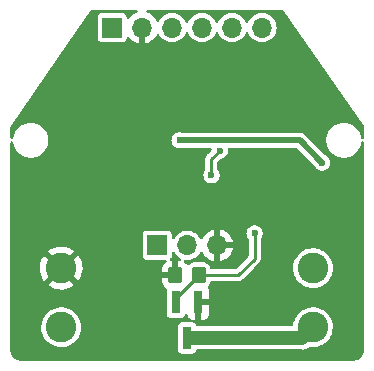
<source format=gbl>
G04 #@! TF.GenerationSoftware,KiCad,Pcbnew,(6.0.7)*
G04 #@! TF.CreationDate,2022-10-10T17:08:23+03:00*
G04 #@! TF.ProjectId,DiLight_2.0,44694c69-6768-4745-9f32-2e302e6b6963,rev?*
G04 #@! TF.SameCoordinates,Original*
G04 #@! TF.FileFunction,Copper,L2,Bot*
G04 #@! TF.FilePolarity,Positive*
%FSLAX46Y46*%
G04 Gerber Fmt 4.6, Leading zero omitted, Abs format (unit mm)*
G04 Created by KiCad (PCBNEW (6.0.7)) date 2022-10-10 17:08:23*
%MOMM*%
%LPD*%
G01*
G04 APERTURE LIST*
G04 Aperture macros list*
%AMRoundRect*
0 Rectangle with rounded corners*
0 $1 Rounding radius*
0 $2 $3 $4 $5 $6 $7 $8 $9 X,Y pos of 4 corners*
0 Add a 4 corners polygon primitive as box body*
4,1,4,$2,$3,$4,$5,$6,$7,$8,$9,$2,$3,0*
0 Add four circle primitives for the rounded corners*
1,1,$1+$1,$2,$3*
1,1,$1+$1,$4,$5*
1,1,$1+$1,$6,$7*
1,1,$1+$1,$8,$9*
0 Add four rect primitives between the rounded corners*
20,1,$1+$1,$2,$3,$4,$5,0*
20,1,$1+$1,$4,$5,$6,$7,0*
20,1,$1+$1,$6,$7,$8,$9,0*
20,1,$1+$1,$8,$9,$2,$3,0*%
G04 Aperture macros list end*
G04 #@! TA.AperFunction,ComponentPad*
%ADD10R,1.700000X1.700000*%
G04 #@! TD*
G04 #@! TA.AperFunction,ComponentPad*
%ADD11O,1.700000X1.700000*%
G04 #@! TD*
G04 #@! TA.AperFunction,ComponentPad*
%ADD12C,2.600000*%
G04 #@! TD*
G04 #@! TA.AperFunction,SMDPad,CuDef*
%ADD13RoundRect,0.250000X0.350000X0.450000X-0.350000X0.450000X-0.350000X-0.450000X0.350000X-0.450000X0*%
G04 #@! TD*
G04 #@! TA.AperFunction,SMDPad,CuDef*
%ADD14R,0.800000X1.900000*%
G04 #@! TD*
G04 #@! TA.AperFunction,ViaPad*
%ADD15C,0.600000*%
G04 #@! TD*
G04 #@! TA.AperFunction,Conductor*
%ADD16C,0.250000*%
G04 #@! TD*
G04 #@! TA.AperFunction,Conductor*
%ADD17C,0.500000*%
G04 #@! TD*
G04 #@! TA.AperFunction,Conductor*
%ADD18C,1.200000*%
G04 #@! TD*
G04 APERTURE END LIST*
D10*
X33035000Y-36830000D03*
D11*
X35575000Y-36830000D03*
X38115000Y-36830000D03*
D10*
X29210000Y-18415000D03*
D11*
X31750000Y-18415000D03*
X34290000Y-18415000D03*
X36830000Y-18415000D03*
X39370000Y-18415000D03*
X41910000Y-18415000D03*
D12*
X46220000Y-43775000D03*
X46220000Y-38775000D03*
X24900000Y-38775000D03*
X24900000Y-43775000D03*
D13*
X36560000Y-39370000D03*
X34560000Y-39370000D03*
D14*
X34610000Y-41680000D03*
X36510000Y-41680000D03*
X35560000Y-44680000D03*
D15*
X48895000Y-25400000D03*
X32360000Y-33910000D03*
X45720000Y-20955000D03*
X22225000Y-25400000D03*
X47625000Y-25400000D03*
X30460000Y-33910000D03*
X23495000Y-25400000D03*
X34925000Y-27940000D03*
X46990000Y-29845000D03*
X38320000Y-28820000D03*
X37620000Y-30920000D03*
X41275000Y-35820000D03*
D16*
X34610000Y-39420000D02*
X34560000Y-39370000D01*
D17*
X45085000Y-27940000D02*
X46990000Y-29845000D01*
X34925000Y-27940000D02*
X45085000Y-27940000D01*
D16*
X37620000Y-30920000D02*
X37620000Y-29520000D01*
X37620000Y-29520000D02*
X38320000Y-28820000D01*
D18*
X35920000Y-44680000D02*
X45315000Y-44680000D01*
X45315000Y-44680000D02*
X46220000Y-43775000D01*
D16*
X41275000Y-37965000D02*
X39870000Y-39370000D01*
X34610000Y-41320000D02*
X36560000Y-39370000D01*
X34610000Y-41680000D02*
X34610000Y-41320000D01*
X39870000Y-39370000D02*
X36560000Y-39370000D01*
X41275000Y-35820000D02*
X41275000Y-37965000D01*
G04 #@! TA.AperFunction,Conductor*
G36*
X31316871Y-16911502D02*
G01*
X31363364Y-16965158D01*
X31373468Y-17035432D01*
X31343974Y-17100012D01*
X31287895Y-17137265D01*
X31226868Y-17157212D01*
X31217359Y-17161209D01*
X31028463Y-17259542D01*
X31019738Y-17265036D01*
X30849433Y-17392905D01*
X30841726Y-17399748D01*
X30694590Y-17553717D01*
X30688104Y-17561727D01*
X30670669Y-17587286D01*
X30615758Y-17632289D01*
X30545233Y-17640460D01*
X30481486Y-17609206D01*
X30444756Y-17548449D01*
X30441500Y-17528972D01*
X30441500Y-17528842D01*
X30430462Y-17453856D01*
X30403896Y-17399748D01*
X30379077Y-17349197D01*
X30379076Y-17349196D01*
X30374487Y-17339849D01*
X30299543Y-17265036D01*
X30291972Y-17257478D01*
X30284601Y-17250120D01*
X30170497Y-17194345D01*
X30137716Y-17189563D01*
X30100684Y-17184160D01*
X30100680Y-17184160D01*
X30096158Y-17183500D01*
X28323842Y-17183500D01*
X28319294Y-17184170D01*
X28319287Y-17184170D01*
X28258541Y-17193112D01*
X28258539Y-17193113D01*
X28248856Y-17194538D01*
X28240068Y-17198853D01*
X28240067Y-17198853D01*
X28144197Y-17245923D01*
X28144196Y-17245924D01*
X28134849Y-17250513D01*
X28045120Y-17340399D01*
X27989345Y-17454503D01*
X27978500Y-17528842D01*
X27978500Y-19301158D01*
X27979170Y-19305706D01*
X27979170Y-19305713D01*
X27988112Y-19366459D01*
X27989538Y-19376144D01*
X27993853Y-19384932D01*
X27993853Y-19384933D01*
X27997266Y-19391883D01*
X28045513Y-19490151D01*
X28135399Y-19579880D01*
X28249503Y-19635655D01*
X28282284Y-19640437D01*
X28319316Y-19645840D01*
X28319320Y-19645840D01*
X28323842Y-19646500D01*
X30096158Y-19646500D01*
X30100706Y-19645830D01*
X30100713Y-19645830D01*
X30161459Y-19636888D01*
X30161461Y-19636887D01*
X30171144Y-19635462D01*
X30268344Y-19587739D01*
X30275803Y-19584077D01*
X30275804Y-19584076D01*
X30285151Y-19579487D01*
X30374880Y-19489601D01*
X30430655Y-19375497D01*
X30441500Y-19301158D01*
X30442636Y-19301324D01*
X30465679Y-19239737D01*
X30522559Y-19197249D01*
X30593380Y-19192257D01*
X30655657Y-19226346D01*
X30661708Y-19232853D01*
X30793219Y-19384674D01*
X30800580Y-19391883D01*
X30964434Y-19527916D01*
X30972881Y-19533831D01*
X31156756Y-19641279D01*
X31166042Y-19645729D01*
X31365001Y-19721703D01*
X31374899Y-19724579D01*
X31478250Y-19745606D01*
X31492299Y-19744410D01*
X31496000Y-19734065D01*
X31496000Y-18287000D01*
X31516002Y-18218879D01*
X31569658Y-18172386D01*
X31622000Y-18161000D01*
X31878000Y-18161000D01*
X31946121Y-18181002D01*
X31992614Y-18234658D01*
X32004000Y-18287000D01*
X32004000Y-19733517D01*
X32008064Y-19747359D01*
X32021478Y-19749393D01*
X32028184Y-19748534D01*
X32038262Y-19746392D01*
X32242255Y-19685191D01*
X32251842Y-19681433D01*
X32443095Y-19587739D01*
X32451945Y-19582464D01*
X32625328Y-19458792D01*
X32633200Y-19452139D01*
X32784052Y-19301812D01*
X32790730Y-19293965D01*
X32915003Y-19121020D01*
X32920313Y-19112183D01*
X32976927Y-18997635D01*
X33025041Y-18945428D01*
X33093742Y-18927521D01*
X33161219Y-18949600D01*
X33204079Y-19000212D01*
X33217090Y-19028115D01*
X33217093Y-19028120D01*
X33219416Y-19033102D01*
X33222572Y-19037609D01*
X33222573Y-19037611D01*
X33334353Y-19197249D01*
X33343013Y-19209617D01*
X33495383Y-19361987D01*
X33499891Y-19365144D01*
X33499894Y-19365146D01*
X33665070Y-19480803D01*
X33671898Y-19485584D01*
X33676880Y-19487907D01*
X33676885Y-19487910D01*
X33858336Y-19572522D01*
X33867193Y-19576652D01*
X33872501Y-19578074D01*
X33872503Y-19578075D01*
X34070020Y-19630999D01*
X34070022Y-19630999D01*
X34075335Y-19632423D01*
X34290000Y-19651204D01*
X34504665Y-19632423D01*
X34509978Y-19630999D01*
X34509980Y-19630999D01*
X34707497Y-19578075D01*
X34707499Y-19578074D01*
X34712807Y-19576652D01*
X34721664Y-19572522D01*
X34903115Y-19487910D01*
X34903120Y-19487907D01*
X34908102Y-19485584D01*
X34914930Y-19480803D01*
X35080106Y-19365146D01*
X35080109Y-19365144D01*
X35084617Y-19361987D01*
X35236987Y-19209617D01*
X35245648Y-19197249D01*
X35357427Y-19037611D01*
X35357428Y-19037609D01*
X35360584Y-19033102D01*
X35362907Y-19028120D01*
X35362910Y-19028115D01*
X35445805Y-18850346D01*
X35492723Y-18797061D01*
X35561000Y-18777600D01*
X35628960Y-18798142D01*
X35674195Y-18850346D01*
X35757090Y-19028115D01*
X35757093Y-19028120D01*
X35759416Y-19033102D01*
X35762572Y-19037609D01*
X35762573Y-19037611D01*
X35874353Y-19197249D01*
X35883013Y-19209617D01*
X36035383Y-19361987D01*
X36039891Y-19365144D01*
X36039894Y-19365146D01*
X36205070Y-19480803D01*
X36211898Y-19485584D01*
X36216880Y-19487907D01*
X36216885Y-19487910D01*
X36398336Y-19572522D01*
X36407193Y-19576652D01*
X36412501Y-19578074D01*
X36412503Y-19578075D01*
X36610020Y-19630999D01*
X36610022Y-19630999D01*
X36615335Y-19632423D01*
X36830000Y-19651204D01*
X37044665Y-19632423D01*
X37049978Y-19630999D01*
X37049980Y-19630999D01*
X37247497Y-19578075D01*
X37247499Y-19578074D01*
X37252807Y-19576652D01*
X37261664Y-19572522D01*
X37443115Y-19487910D01*
X37443120Y-19487907D01*
X37448102Y-19485584D01*
X37454930Y-19480803D01*
X37620106Y-19365146D01*
X37620109Y-19365144D01*
X37624617Y-19361987D01*
X37776987Y-19209617D01*
X37785648Y-19197249D01*
X37897427Y-19037611D01*
X37897428Y-19037609D01*
X37900584Y-19033102D01*
X37902907Y-19028120D01*
X37902910Y-19028115D01*
X37985805Y-18850346D01*
X38032723Y-18797061D01*
X38101000Y-18777600D01*
X38168960Y-18798142D01*
X38214195Y-18850346D01*
X38297090Y-19028115D01*
X38297093Y-19028120D01*
X38299416Y-19033102D01*
X38302572Y-19037609D01*
X38302573Y-19037611D01*
X38414353Y-19197249D01*
X38423013Y-19209617D01*
X38575383Y-19361987D01*
X38579891Y-19365144D01*
X38579894Y-19365146D01*
X38745070Y-19480803D01*
X38751898Y-19485584D01*
X38756880Y-19487907D01*
X38756885Y-19487910D01*
X38938336Y-19572522D01*
X38947193Y-19576652D01*
X38952501Y-19578074D01*
X38952503Y-19578075D01*
X39150020Y-19630999D01*
X39150022Y-19630999D01*
X39155335Y-19632423D01*
X39370000Y-19651204D01*
X39584665Y-19632423D01*
X39589978Y-19630999D01*
X39589980Y-19630999D01*
X39787497Y-19578075D01*
X39787499Y-19578074D01*
X39792807Y-19576652D01*
X39801664Y-19572522D01*
X39983115Y-19487910D01*
X39983120Y-19487907D01*
X39988102Y-19485584D01*
X39994930Y-19480803D01*
X40160106Y-19365146D01*
X40160109Y-19365144D01*
X40164617Y-19361987D01*
X40316987Y-19209617D01*
X40325648Y-19197249D01*
X40437427Y-19037611D01*
X40437428Y-19037609D01*
X40440584Y-19033102D01*
X40442907Y-19028120D01*
X40442910Y-19028115D01*
X40525805Y-18850346D01*
X40572723Y-18797061D01*
X40641000Y-18777600D01*
X40708960Y-18798142D01*
X40754195Y-18850346D01*
X40837090Y-19028115D01*
X40837093Y-19028120D01*
X40839416Y-19033102D01*
X40842572Y-19037609D01*
X40842573Y-19037611D01*
X40954353Y-19197249D01*
X40963013Y-19209617D01*
X41115383Y-19361987D01*
X41119891Y-19365144D01*
X41119894Y-19365146D01*
X41285070Y-19480803D01*
X41291898Y-19485584D01*
X41296880Y-19487907D01*
X41296885Y-19487910D01*
X41478336Y-19572522D01*
X41487193Y-19576652D01*
X41492501Y-19578074D01*
X41492503Y-19578075D01*
X41690020Y-19630999D01*
X41690022Y-19630999D01*
X41695335Y-19632423D01*
X41910000Y-19651204D01*
X42124665Y-19632423D01*
X42129978Y-19630999D01*
X42129980Y-19630999D01*
X42327497Y-19578075D01*
X42327499Y-19578074D01*
X42332807Y-19576652D01*
X42341664Y-19572522D01*
X42523115Y-19487910D01*
X42523120Y-19487907D01*
X42528102Y-19485584D01*
X42534930Y-19480803D01*
X42700106Y-19365146D01*
X42700109Y-19365144D01*
X42704617Y-19361987D01*
X42856987Y-19209617D01*
X42865648Y-19197249D01*
X42977427Y-19037611D01*
X42977428Y-19037609D01*
X42980584Y-19033102D01*
X42982907Y-19028120D01*
X42982910Y-19028115D01*
X43069329Y-18842789D01*
X43069330Y-18842787D01*
X43071652Y-18837807D01*
X43127423Y-18629665D01*
X43146204Y-18415000D01*
X43127423Y-18200335D01*
X43071652Y-17992193D01*
X43019851Y-17881106D01*
X42982910Y-17801885D01*
X42982907Y-17801880D01*
X42980584Y-17796898D01*
X42965821Y-17775814D01*
X42860146Y-17624894D01*
X42860144Y-17624891D01*
X42856987Y-17620383D01*
X42704617Y-17468013D01*
X42700109Y-17464856D01*
X42700106Y-17464854D01*
X42532611Y-17347573D01*
X42532609Y-17347572D01*
X42528102Y-17344416D01*
X42523120Y-17342093D01*
X42523115Y-17342090D01*
X42337789Y-17255671D01*
X42337787Y-17255670D01*
X42332807Y-17253348D01*
X42327499Y-17251926D01*
X42327497Y-17251925D01*
X42129980Y-17199001D01*
X42129978Y-17199001D01*
X42124665Y-17197577D01*
X41910000Y-17178796D01*
X41695335Y-17197577D01*
X41690022Y-17199001D01*
X41690020Y-17199001D01*
X41492503Y-17251925D01*
X41492501Y-17251926D01*
X41487193Y-17253348D01*
X41482213Y-17255670D01*
X41482211Y-17255671D01*
X41296885Y-17342090D01*
X41296880Y-17342093D01*
X41291898Y-17344416D01*
X41287391Y-17347572D01*
X41287389Y-17347573D01*
X41119894Y-17464854D01*
X41119891Y-17464856D01*
X41115383Y-17468013D01*
X40963013Y-17620383D01*
X40959856Y-17624891D01*
X40959854Y-17624894D01*
X40854179Y-17775814D01*
X40839416Y-17796898D01*
X40837093Y-17801880D01*
X40837090Y-17801885D01*
X40754195Y-17979654D01*
X40707277Y-18032939D01*
X40639000Y-18052400D01*
X40571040Y-18031858D01*
X40525805Y-17979654D01*
X40442910Y-17801885D01*
X40442907Y-17801880D01*
X40440584Y-17796898D01*
X40425821Y-17775814D01*
X40320146Y-17624894D01*
X40320144Y-17624891D01*
X40316987Y-17620383D01*
X40164617Y-17468013D01*
X40160109Y-17464856D01*
X40160106Y-17464854D01*
X39992611Y-17347573D01*
X39992609Y-17347572D01*
X39988102Y-17344416D01*
X39983120Y-17342093D01*
X39983115Y-17342090D01*
X39797789Y-17255671D01*
X39797787Y-17255670D01*
X39792807Y-17253348D01*
X39787499Y-17251926D01*
X39787497Y-17251925D01*
X39589980Y-17199001D01*
X39589978Y-17199001D01*
X39584665Y-17197577D01*
X39370000Y-17178796D01*
X39155335Y-17197577D01*
X39150022Y-17199001D01*
X39150020Y-17199001D01*
X38952503Y-17251925D01*
X38952501Y-17251926D01*
X38947193Y-17253348D01*
X38942213Y-17255670D01*
X38942211Y-17255671D01*
X38756885Y-17342090D01*
X38756880Y-17342093D01*
X38751898Y-17344416D01*
X38747391Y-17347572D01*
X38747389Y-17347573D01*
X38579894Y-17464854D01*
X38579891Y-17464856D01*
X38575383Y-17468013D01*
X38423013Y-17620383D01*
X38419856Y-17624891D01*
X38419854Y-17624894D01*
X38314179Y-17775814D01*
X38299416Y-17796898D01*
X38297093Y-17801880D01*
X38297090Y-17801885D01*
X38214195Y-17979654D01*
X38167277Y-18032939D01*
X38099000Y-18052400D01*
X38031040Y-18031858D01*
X37985805Y-17979654D01*
X37902910Y-17801885D01*
X37902907Y-17801880D01*
X37900584Y-17796898D01*
X37885821Y-17775814D01*
X37780146Y-17624894D01*
X37780144Y-17624891D01*
X37776987Y-17620383D01*
X37624617Y-17468013D01*
X37620109Y-17464856D01*
X37620106Y-17464854D01*
X37452611Y-17347573D01*
X37452609Y-17347572D01*
X37448102Y-17344416D01*
X37443120Y-17342093D01*
X37443115Y-17342090D01*
X37257789Y-17255671D01*
X37257787Y-17255670D01*
X37252807Y-17253348D01*
X37247499Y-17251926D01*
X37247497Y-17251925D01*
X37049980Y-17199001D01*
X37049978Y-17199001D01*
X37044665Y-17197577D01*
X36830000Y-17178796D01*
X36615335Y-17197577D01*
X36610022Y-17199001D01*
X36610020Y-17199001D01*
X36412503Y-17251925D01*
X36412501Y-17251926D01*
X36407193Y-17253348D01*
X36402213Y-17255670D01*
X36402211Y-17255671D01*
X36216885Y-17342090D01*
X36216880Y-17342093D01*
X36211898Y-17344416D01*
X36207391Y-17347572D01*
X36207389Y-17347573D01*
X36039894Y-17464854D01*
X36039891Y-17464856D01*
X36035383Y-17468013D01*
X35883013Y-17620383D01*
X35879856Y-17624891D01*
X35879854Y-17624894D01*
X35774179Y-17775814D01*
X35759416Y-17796898D01*
X35757093Y-17801880D01*
X35757090Y-17801885D01*
X35674195Y-17979654D01*
X35627277Y-18032939D01*
X35559000Y-18052400D01*
X35491040Y-18031858D01*
X35445805Y-17979654D01*
X35362910Y-17801885D01*
X35362907Y-17801880D01*
X35360584Y-17796898D01*
X35345821Y-17775814D01*
X35240146Y-17624894D01*
X35240144Y-17624891D01*
X35236987Y-17620383D01*
X35084617Y-17468013D01*
X35080109Y-17464856D01*
X35080106Y-17464854D01*
X34912611Y-17347573D01*
X34912609Y-17347572D01*
X34908102Y-17344416D01*
X34903120Y-17342093D01*
X34903115Y-17342090D01*
X34717789Y-17255671D01*
X34717787Y-17255670D01*
X34712807Y-17253348D01*
X34707499Y-17251926D01*
X34707497Y-17251925D01*
X34509980Y-17199001D01*
X34509978Y-17199001D01*
X34504665Y-17197577D01*
X34290000Y-17178796D01*
X34075335Y-17197577D01*
X34070022Y-17199001D01*
X34070020Y-17199001D01*
X33872503Y-17251925D01*
X33872501Y-17251926D01*
X33867193Y-17253348D01*
X33862213Y-17255670D01*
X33862211Y-17255671D01*
X33676885Y-17342090D01*
X33676880Y-17342093D01*
X33671898Y-17344416D01*
X33667391Y-17347572D01*
X33667389Y-17347573D01*
X33499894Y-17464854D01*
X33499891Y-17464856D01*
X33495383Y-17468013D01*
X33343013Y-17620383D01*
X33339856Y-17624891D01*
X33339854Y-17624894D01*
X33234179Y-17775814D01*
X33219416Y-17796898D01*
X33217093Y-17801879D01*
X33217087Y-17801890D01*
X33204491Y-17828903D01*
X33157574Y-17882188D01*
X33089296Y-17901648D01*
X33021337Y-17881106D01*
X32974747Y-17825894D01*
X32952972Y-17775814D01*
X32948105Y-17766739D01*
X32832426Y-17587926D01*
X32826136Y-17579757D01*
X32682806Y-17422240D01*
X32675273Y-17415215D01*
X32508139Y-17283222D01*
X32499552Y-17277517D01*
X32313117Y-17174599D01*
X32303705Y-17170368D01*
X32207423Y-17136273D01*
X32149886Y-17094679D01*
X32123971Y-17028581D01*
X32137905Y-16958965D01*
X32187264Y-16907934D01*
X32249483Y-16891500D01*
X43550617Y-16891500D01*
X43618738Y-16911502D01*
X43653873Y-16945290D01*
X45614813Y-19749393D01*
X50515757Y-26757639D01*
X50538500Y-26829848D01*
X50538500Y-27719180D01*
X50518498Y-27787301D01*
X50464842Y-27833794D01*
X50394568Y-27843898D01*
X50329988Y-27814404D01*
X50291604Y-27754678D01*
X50287950Y-27738239D01*
X50286236Y-27727040D01*
X50266106Y-27595489D01*
X50220255Y-27455205D01*
X50192029Y-27368846D01*
X50192026Y-27368840D01*
X50190421Y-27363928D01*
X50175621Y-27335496D01*
X50080322Y-27152431D01*
X50077931Y-27147838D01*
X49931659Y-26953023D01*
X49755533Y-26784713D01*
X49718413Y-26759391D01*
X49558562Y-26650348D01*
X49554283Y-26647429D01*
X49417624Y-26583994D01*
X49338007Y-26547037D01*
X49338003Y-26547036D01*
X49333312Y-26544858D01*
X49098557Y-26479754D01*
X49093423Y-26479205D01*
X49093421Y-26479205D01*
X48903008Y-26458856D01*
X48903001Y-26458856D01*
X48899673Y-26458500D01*
X48758249Y-26458500D01*
X48755676Y-26458712D01*
X48755665Y-26458712D01*
X48582354Y-26472961D01*
X48582348Y-26472962D01*
X48577203Y-26473385D01*
X48340927Y-26532733D01*
X48117517Y-26629875D01*
X47912972Y-26762200D01*
X47909149Y-26765679D01*
X47909146Y-26765681D01*
X47838628Y-26829848D01*
X47732786Y-26926157D01*
X47729587Y-26930208D01*
X47729583Y-26930212D01*
X47585000Y-27113286D01*
X47581798Y-27117341D01*
X47464063Y-27330618D01*
X47382743Y-27560260D01*
X47381836Y-27565352D01*
X47346773Y-27762193D01*
X47340020Y-27800101D01*
X47337044Y-28043698D01*
X47373894Y-28284511D01*
X47387002Y-28324614D01*
X47447971Y-28511154D01*
X47447974Y-28511160D01*
X47449579Y-28516072D01*
X47451966Y-28520658D01*
X47451968Y-28520662D01*
X47497645Y-28608405D01*
X47562069Y-28732162D01*
X47565179Y-28736304D01*
X47638815Y-28834377D01*
X47708341Y-28926977D01*
X47884467Y-29095287D01*
X47888739Y-29098201D01*
X47888740Y-29098202D01*
X47935816Y-29130315D01*
X48085717Y-29232571D01*
X48182987Y-29277722D01*
X48301993Y-29332963D01*
X48301997Y-29332964D01*
X48306688Y-29335142D01*
X48541443Y-29400246D01*
X48546577Y-29400795D01*
X48546579Y-29400795D01*
X48736992Y-29421144D01*
X48736999Y-29421144D01*
X48740327Y-29421500D01*
X48881751Y-29421500D01*
X48884324Y-29421288D01*
X48884335Y-29421288D01*
X49057646Y-29407039D01*
X49057652Y-29407038D01*
X49062797Y-29406615D01*
X49299073Y-29347267D01*
X49522483Y-29250125D01*
X49727028Y-29117800D01*
X49751770Y-29095287D01*
X49903392Y-28957321D01*
X49903393Y-28957319D01*
X49907214Y-28953843D01*
X49910413Y-28949792D01*
X49910417Y-28949788D01*
X50055000Y-28766714D01*
X50055002Y-28766710D01*
X50058202Y-28762659D01*
X50175937Y-28549382D01*
X50257257Y-28319740D01*
X50288453Y-28144610D01*
X50320091Y-28081053D01*
X50381069Y-28044690D01*
X50452025Y-28047067D01*
X50510433Y-28087428D01*
X50537748Y-28152960D01*
X50538500Y-28166707D01*
X50538500Y-45680060D01*
X50536949Y-45699771D01*
X50533745Y-45720000D01*
X50535296Y-45729792D01*
X50535296Y-45739712D01*
X50534653Y-45739712D01*
X50535092Y-45754606D01*
X50522644Y-45880989D01*
X50517827Y-45905209D01*
X50474467Y-46048147D01*
X50465018Y-46070957D01*
X50394611Y-46202679D01*
X50380888Y-46223217D01*
X50286136Y-46338671D01*
X50268671Y-46356136D01*
X50153217Y-46450888D01*
X50132679Y-46464611D01*
X50000957Y-46535018D01*
X49978147Y-46544467D01*
X49835209Y-46587827D01*
X49810989Y-46592644D01*
X49740430Y-46599594D01*
X49684604Y-46605092D01*
X49669712Y-46604653D01*
X49669712Y-46605296D01*
X49659792Y-46605296D01*
X49650000Y-46603745D01*
X49640208Y-46605296D01*
X49640207Y-46605296D01*
X49629771Y-46606949D01*
X49610060Y-46608500D01*
X21529940Y-46608500D01*
X21510229Y-46606949D01*
X21499793Y-46605296D01*
X21499792Y-46605296D01*
X21490000Y-46603745D01*
X21480208Y-46605296D01*
X21470288Y-46605296D01*
X21470288Y-46604653D01*
X21455396Y-46605092D01*
X21399570Y-46599594D01*
X21329011Y-46592644D01*
X21304791Y-46587827D01*
X21161853Y-46544467D01*
X21139043Y-46535018D01*
X21007321Y-46464611D01*
X20986783Y-46450888D01*
X20871329Y-46356136D01*
X20853864Y-46338671D01*
X20759112Y-46223217D01*
X20745389Y-46202679D01*
X20674982Y-46070957D01*
X20665533Y-46048147D01*
X20622173Y-45905209D01*
X20617356Y-45880989D01*
X20604908Y-45754606D01*
X20605347Y-45739712D01*
X20604704Y-45739712D01*
X20604704Y-45729792D01*
X20606255Y-45720000D01*
X20603051Y-45699771D01*
X20601500Y-45680060D01*
X20601500Y-43730860D01*
X23214363Y-43730860D01*
X23226354Y-43980498D01*
X23275112Y-44225621D01*
X23276691Y-44230019D01*
X23276693Y-44230026D01*
X23357983Y-44456436D01*
X23359566Y-44460845D01*
X23477861Y-44681003D01*
X23627397Y-44881257D01*
X23630704Y-44884535D01*
X23630709Y-44884541D01*
X23727731Y-44980719D01*
X23804891Y-45057208D01*
X23808657Y-45059970D01*
X23808659Y-45059971D01*
X23920045Y-45141642D01*
X24006442Y-45204991D01*
X24010585Y-45207171D01*
X24010587Y-45207172D01*
X24223473Y-45319177D01*
X24223478Y-45319179D01*
X24227623Y-45321360D01*
X24463575Y-45403759D01*
X24468168Y-45404631D01*
X24704526Y-45449505D01*
X24704529Y-45449505D01*
X24709115Y-45450376D01*
X24827862Y-45455042D01*
X24954180Y-45460005D01*
X24954185Y-45460005D01*
X24958848Y-45460188D01*
X25034879Y-45451861D01*
X25202635Y-45433489D01*
X25202640Y-45433488D01*
X25207288Y-45432979D01*
X25211812Y-45431788D01*
X25444455Y-45370539D01*
X25444458Y-45370538D01*
X25448978Y-45369348D01*
X25557077Y-45322905D01*
X25674313Y-45272536D01*
X25674315Y-45272535D01*
X25678607Y-45270691D01*
X25891132Y-45139177D01*
X26081884Y-44977694D01*
X26246671Y-44789790D01*
X26316646Y-44681003D01*
X26379350Y-44583518D01*
X26379352Y-44583515D01*
X26381875Y-44579592D01*
X26484524Y-44351719D01*
X26552364Y-44111177D01*
X26583904Y-43863250D01*
X26586215Y-43775000D01*
X26580031Y-43691781D01*
X26568039Y-43530414D01*
X26568038Y-43530410D01*
X26567693Y-43525762D01*
X26512535Y-43281998D01*
X26504250Y-43260692D01*
X26423646Y-43053419D01*
X26423645Y-43053417D01*
X26421953Y-43049066D01*
X26297936Y-42832081D01*
X26143208Y-42635810D01*
X25961169Y-42464565D01*
X25755819Y-42322108D01*
X25751629Y-42320042D01*
X25751626Y-42320040D01*
X25535855Y-42213634D01*
X25535852Y-42213633D01*
X25531667Y-42211569D01*
X25481684Y-42195569D01*
X25298084Y-42136798D01*
X25298086Y-42136798D01*
X25293639Y-42135375D01*
X25213827Y-42122377D01*
X25051576Y-42095953D01*
X25051573Y-42095953D01*
X25046963Y-42095202D01*
X24922011Y-42093566D01*
X24801736Y-42091991D01*
X24801733Y-42091991D01*
X24797059Y-42091930D01*
X24549416Y-42125633D01*
X24544930Y-42126941D01*
X24544928Y-42126941D01*
X24511110Y-42136798D01*
X24309475Y-42195569D01*
X24082507Y-42300203D01*
X24078598Y-42302766D01*
X23877410Y-42434670D01*
X23877405Y-42434674D01*
X23873497Y-42437236D01*
X23687038Y-42603657D01*
X23622308Y-42681486D01*
X23565382Y-42749933D01*
X23527226Y-42795810D01*
X23524803Y-42799803D01*
X23402066Y-43002067D01*
X23397571Y-43009474D01*
X23395765Y-43013782D01*
X23395764Y-43013783D01*
X23343676Y-43138000D01*
X23300922Y-43239956D01*
X23299771Y-43244488D01*
X23299770Y-43244491D01*
X23240555Y-43477653D01*
X23239402Y-43482192D01*
X23214363Y-43730860D01*
X20601500Y-43730860D01*
X20601500Y-40219906D01*
X23819839Y-40219906D01*
X23828553Y-40231427D01*
X23935452Y-40309809D01*
X23943351Y-40314745D01*
X24172905Y-40435519D01*
X24181454Y-40439236D01*
X24426327Y-40524749D01*
X24435336Y-40527163D01*
X24690166Y-40575544D01*
X24699423Y-40576598D01*
X24958607Y-40586783D01*
X24967921Y-40586457D01*
X25225753Y-40558220D01*
X25234930Y-40556519D01*
X25485758Y-40490481D01*
X25494574Y-40487445D01*
X25732880Y-40385062D01*
X25741167Y-40380748D01*
X25961718Y-40244266D01*
X25969268Y-40238780D01*
X25974559Y-40234301D01*
X25982997Y-40221497D01*
X25976935Y-40211145D01*
X24912812Y-39147022D01*
X24898868Y-39139408D01*
X24897035Y-39139539D01*
X24890420Y-39143790D01*
X23826497Y-40207713D01*
X23819839Y-40219906D01*
X20601500Y-40219906D01*
X20601500Y-38732211D01*
X23087775Y-38732211D01*
X23100220Y-38991288D01*
X23101356Y-39000543D01*
X23151961Y-39254945D01*
X23154449Y-39263917D01*
X23242095Y-39508033D01*
X23245895Y-39516568D01*
X23368658Y-39745042D01*
X23373666Y-39752904D01*
X23443720Y-39846716D01*
X23454979Y-39855165D01*
X23467397Y-39848393D01*
X24527978Y-38787812D01*
X24534356Y-38776132D01*
X25264408Y-38776132D01*
X25264539Y-38777965D01*
X25268790Y-38784580D01*
X26336094Y-39851884D01*
X26348474Y-39858644D01*
X26356815Y-39852400D01*
X26490832Y-39644048D01*
X26495275Y-39635864D01*
X26601807Y-39399370D01*
X26604997Y-39390605D01*
X26675402Y-39140972D01*
X26677262Y-39131830D01*
X26710187Y-38873019D01*
X26710668Y-38866733D01*
X26712987Y-38778160D01*
X26712836Y-38771851D01*
X26693501Y-38511663D01*
X26692125Y-38502457D01*
X26634878Y-38249467D01*
X26632154Y-38240556D01*
X26538143Y-37998806D01*
X26534132Y-37990397D01*
X26405422Y-37765202D01*
X26400211Y-37757476D01*
X26367639Y-37716158D01*
X31803500Y-37716158D01*
X31804170Y-37720706D01*
X31804170Y-37720713D01*
X31813112Y-37781459D01*
X31814538Y-37791144D01*
X31818853Y-37799932D01*
X31818853Y-37799933D01*
X31836630Y-37836139D01*
X31870513Y-37905151D01*
X31908344Y-37942916D01*
X31949833Y-37984332D01*
X31960399Y-37994880D01*
X31969755Y-37999453D01*
X31969756Y-37999454D01*
X32006635Y-38017480D01*
X32074503Y-38050655D01*
X32107284Y-38055437D01*
X32144316Y-38060840D01*
X32144320Y-38060840D01*
X32148842Y-38061500D01*
X33713734Y-38061500D01*
X33781855Y-38081502D01*
X33828348Y-38135158D01*
X33838452Y-38205432D01*
X33808958Y-38270012D01*
X33780038Y-38294644D01*
X33742190Y-38318066D01*
X33730792Y-38327099D01*
X33616261Y-38441829D01*
X33607249Y-38453240D01*
X33522184Y-38591243D01*
X33516037Y-38604424D01*
X33464862Y-38758710D01*
X33461995Y-38772086D01*
X33452328Y-38866438D01*
X33452000Y-38872855D01*
X33452000Y-39097885D01*
X33456475Y-39113124D01*
X33457865Y-39114329D01*
X33465548Y-39116000D01*
X34287885Y-39116000D01*
X34303124Y-39111525D01*
X34304329Y-39110135D01*
X34306000Y-39102452D01*
X34306000Y-38180116D01*
X34301525Y-38164877D01*
X34300135Y-38163672D01*
X34292452Y-38162001D01*
X34246745Y-38162001D01*
X34178624Y-38141999D01*
X34132131Y-38088343D01*
X34122027Y-38018069D01*
X34151521Y-37953489D01*
X34157572Y-37946983D01*
X34192522Y-37911972D01*
X34199880Y-37904601D01*
X34255655Y-37790497D01*
X34260804Y-37755201D01*
X34265840Y-37720684D01*
X34265840Y-37720680D01*
X34266500Y-37716158D01*
X34266500Y-37505299D01*
X34286502Y-37437178D01*
X34340158Y-37390685D01*
X34410432Y-37380581D01*
X34475012Y-37410075D01*
X34501619Y-37442299D01*
X34502092Y-37443118D01*
X34504416Y-37448102D01*
X34544466Y-37505299D01*
X34615857Y-37607256D01*
X34628013Y-37624617D01*
X34780383Y-37776987D01*
X34784891Y-37780144D01*
X34784894Y-37780146D01*
X34950070Y-37895803D01*
X34956898Y-37900584D01*
X34961886Y-37902910D01*
X35002406Y-37921805D01*
X35055691Y-37968723D01*
X35075152Y-38037000D01*
X35054610Y-38104960D01*
X35000587Y-38151026D01*
X34949156Y-38162000D01*
X34832115Y-38162000D01*
X34816876Y-38166475D01*
X34815671Y-38167865D01*
X34814000Y-38175548D01*
X34814000Y-39498000D01*
X34793998Y-39566121D01*
X34740342Y-39612614D01*
X34688000Y-39624000D01*
X33470116Y-39624000D01*
X33454877Y-39628475D01*
X33453672Y-39629865D01*
X33452001Y-39637548D01*
X33452001Y-39867095D01*
X33452338Y-39873614D01*
X33462257Y-39969206D01*
X33465149Y-39982600D01*
X33516588Y-40136784D01*
X33522761Y-40149962D01*
X33608063Y-40287807D01*
X33617099Y-40299208D01*
X33731829Y-40413739D01*
X33743243Y-40422753D01*
X33793741Y-40453880D01*
X33841235Y-40506651D01*
X33852659Y-40576723D01*
X33845422Y-40601034D01*
X33846527Y-40601376D01*
X33843641Y-40610715D01*
X33839345Y-40619503D01*
X33837933Y-40629183D01*
X33829742Y-40685331D01*
X33828500Y-40693842D01*
X33828500Y-42666158D01*
X33829170Y-42670706D01*
X33829170Y-42670713D01*
X33830756Y-42681486D01*
X33839538Y-42741144D01*
X33843853Y-42749932D01*
X33843853Y-42749933D01*
X33886179Y-42836139D01*
X33895513Y-42855151D01*
X33985399Y-42944880D01*
X34099503Y-43000655D01*
X34132284Y-43005437D01*
X34169316Y-43010840D01*
X34169320Y-43010840D01*
X34173842Y-43011500D01*
X35046158Y-43011500D01*
X35050706Y-43010830D01*
X35050713Y-43010830D01*
X35111459Y-43001888D01*
X35111461Y-43001887D01*
X35121144Y-43000462D01*
X35151162Y-42985724D01*
X35225803Y-42949077D01*
X35225804Y-42949076D01*
X35235151Y-42944487D01*
X35295883Y-42883649D01*
X35317522Y-42861972D01*
X35324880Y-42854601D01*
X35333905Y-42836139D01*
X35380655Y-42740497D01*
X35383845Y-42742056D01*
X35413229Y-42697722D01*
X35478220Y-42669144D01*
X35548344Y-42680239D01*
X35601338Y-42727485D01*
X35612371Y-42749872D01*
X35656676Y-42868054D01*
X35665214Y-42883649D01*
X35741715Y-42985724D01*
X35754276Y-42998285D01*
X35856351Y-43074786D01*
X35871948Y-43083325D01*
X35928480Y-43104518D01*
X35985245Y-43147159D01*
X36009945Y-43213721D01*
X35994738Y-43283070D01*
X35944452Y-43333188D01*
X35884251Y-43348500D01*
X35123842Y-43348500D01*
X35119294Y-43349170D01*
X35119287Y-43349170D01*
X35058541Y-43358112D01*
X35058539Y-43358113D01*
X35048856Y-43359538D01*
X35040068Y-43363853D01*
X35040067Y-43363853D01*
X34944197Y-43410923D01*
X34944196Y-43410924D01*
X34934849Y-43415513D01*
X34927492Y-43422883D01*
X34872816Y-43477655D01*
X34845120Y-43505399D01*
X34789345Y-43619503D01*
X34778500Y-43693842D01*
X34778500Y-45666158D01*
X34779170Y-45670706D01*
X34779170Y-45670713D01*
X34788112Y-45731459D01*
X34789538Y-45741144D01*
X34793853Y-45749932D01*
X34793853Y-45749933D01*
X34811899Y-45786687D01*
X34845513Y-45855151D01*
X34935399Y-45944880D01*
X35049503Y-46000655D01*
X35082284Y-46005437D01*
X35119316Y-46010840D01*
X35119320Y-46010840D01*
X35123842Y-46011500D01*
X35996158Y-46011500D01*
X36000706Y-46010830D01*
X36000713Y-46010830D01*
X36061459Y-46001888D01*
X36061461Y-46001887D01*
X36071144Y-46000462D01*
X36079933Y-45996147D01*
X36175803Y-45949077D01*
X36175804Y-45949076D01*
X36185151Y-45944487D01*
X36274880Y-45854601D01*
X36330655Y-45740497D01*
X36332079Y-45741193D01*
X36365279Y-45691113D01*
X36430272Y-45662540D01*
X36446430Y-45661500D01*
X45299111Y-45661500D01*
X45302629Y-45661549D01*
X45380871Y-45663735D01*
X45380874Y-45663735D01*
X45387254Y-45663913D01*
X45445446Y-45653652D01*
X45454594Y-45652383D01*
X45470953Y-45650721D01*
X45513376Y-45646412D01*
X45540169Y-45638016D01*
X45555969Y-45634164D01*
X45577333Y-45630397D01*
X45577335Y-45630396D01*
X45583621Y-45629288D01*
X45589555Y-45626939D01*
X45589557Y-45626938D01*
X45638561Y-45607536D01*
X45647264Y-45604454D01*
X45697557Y-45588693D01*
X45697558Y-45588692D01*
X45703648Y-45586784D01*
X45715107Y-45580433D01*
X45728204Y-45573173D01*
X45742902Y-45566225D01*
X45763074Y-45558238D01*
X45763077Y-45558236D01*
X45769016Y-45555885D01*
X45818464Y-45523527D01*
X45826363Y-45518762D01*
X45878044Y-45490115D01*
X45882894Y-45485958D01*
X45882897Y-45485956D01*
X45897407Y-45473520D01*
X45962146Y-45444376D01*
X46002904Y-45445400D01*
X46009768Y-45446703D01*
X46029115Y-45450376D01*
X46159536Y-45455500D01*
X46274180Y-45460005D01*
X46274185Y-45460005D01*
X46278848Y-45460188D01*
X46354879Y-45451861D01*
X46522635Y-45433489D01*
X46522640Y-45433488D01*
X46527288Y-45432979D01*
X46531812Y-45431788D01*
X46764455Y-45370539D01*
X46764458Y-45370538D01*
X46768978Y-45369348D01*
X46877077Y-45322905D01*
X46994313Y-45272536D01*
X46994315Y-45272535D01*
X46998607Y-45270691D01*
X47211132Y-45139177D01*
X47401884Y-44977694D01*
X47566671Y-44789790D01*
X47636646Y-44681003D01*
X47699350Y-44583518D01*
X47699352Y-44583515D01*
X47701875Y-44579592D01*
X47804524Y-44351719D01*
X47872364Y-44111177D01*
X47903904Y-43863250D01*
X47906215Y-43775000D01*
X47900031Y-43691781D01*
X47888039Y-43530414D01*
X47888038Y-43530410D01*
X47887693Y-43525762D01*
X47832535Y-43281998D01*
X47824250Y-43260692D01*
X47743646Y-43053419D01*
X47743645Y-43053417D01*
X47741953Y-43049066D01*
X47617936Y-42832081D01*
X47463208Y-42635810D01*
X47281169Y-42464565D01*
X47075819Y-42322108D01*
X47071629Y-42320042D01*
X47071626Y-42320040D01*
X46855855Y-42213634D01*
X46855852Y-42213633D01*
X46851667Y-42211569D01*
X46801684Y-42195569D01*
X46618084Y-42136798D01*
X46618086Y-42136798D01*
X46613639Y-42135375D01*
X46533827Y-42122377D01*
X46371576Y-42095953D01*
X46371573Y-42095953D01*
X46366963Y-42095202D01*
X46242011Y-42093566D01*
X46121736Y-42091991D01*
X46121733Y-42091991D01*
X46117059Y-42091930D01*
X45869416Y-42125633D01*
X45864930Y-42126941D01*
X45864928Y-42126941D01*
X45831110Y-42136798D01*
X45629475Y-42195569D01*
X45402507Y-42300203D01*
X45398598Y-42302766D01*
X45197410Y-42434670D01*
X45197405Y-42434674D01*
X45193497Y-42437236D01*
X45007038Y-42603657D01*
X44942308Y-42681486D01*
X44885382Y-42749933D01*
X44847226Y-42795810D01*
X44844803Y-42799803D01*
X44722066Y-43002067D01*
X44717571Y-43009474D01*
X44715765Y-43013782D01*
X44715764Y-43013783D01*
X44663676Y-43138000D01*
X44620922Y-43239956D01*
X44559402Y-43482192D01*
X44558933Y-43486849D01*
X44558933Y-43486850D01*
X44549037Y-43585124D01*
X44522311Y-43650898D01*
X44464267Y-43691781D01*
X44423671Y-43698500D01*
X36446416Y-43698500D01*
X36378295Y-43678498D01*
X36331802Y-43624842D01*
X36331055Y-43622887D01*
X36330462Y-43618856D01*
X36326202Y-43610179D01*
X36279077Y-43514197D01*
X36279076Y-43514196D01*
X36274487Y-43504849D01*
X36184601Y-43415120D01*
X36107025Y-43377200D01*
X36054608Y-43329314D01*
X36036401Y-43260692D01*
X36058185Y-43193120D01*
X36113043Y-43148052D01*
X36162358Y-43138000D01*
X36237885Y-43138000D01*
X36253124Y-43133525D01*
X36254329Y-43132135D01*
X36256000Y-43124452D01*
X36256000Y-43119884D01*
X36764000Y-43119884D01*
X36768475Y-43135123D01*
X36769865Y-43136328D01*
X36777548Y-43137999D01*
X36954669Y-43137999D01*
X36961490Y-43137629D01*
X37012352Y-43132105D01*
X37027604Y-43128479D01*
X37148054Y-43083324D01*
X37163649Y-43074786D01*
X37265724Y-42998285D01*
X37278285Y-42985724D01*
X37354786Y-42883649D01*
X37363324Y-42868054D01*
X37408478Y-42747606D01*
X37412105Y-42732351D01*
X37417631Y-42681486D01*
X37418000Y-42674672D01*
X37418000Y-41952115D01*
X37413525Y-41936876D01*
X37412135Y-41935671D01*
X37404452Y-41934000D01*
X36782115Y-41934000D01*
X36766876Y-41938475D01*
X36765671Y-41939865D01*
X36764000Y-41947548D01*
X36764000Y-43119884D01*
X36256000Y-43119884D01*
X36256000Y-41552000D01*
X36276002Y-41483879D01*
X36329658Y-41437386D01*
X36382000Y-41426000D01*
X37399884Y-41426000D01*
X37415123Y-41421525D01*
X37416328Y-41420135D01*
X37417999Y-41412452D01*
X37417999Y-40685331D01*
X37417629Y-40678510D01*
X37412105Y-40627648D01*
X37408479Y-40612396D01*
X37363324Y-40491946D01*
X37354786Y-40476352D01*
X37331167Y-40444836D01*
X37306320Y-40378329D01*
X37321374Y-40308947D01*
X37342899Y-40280177D01*
X37412949Y-40210127D01*
X37494168Y-40072792D01*
X37499651Y-40053921D01*
X37524803Y-39967347D01*
X37563016Y-39907511D01*
X37627513Y-39877834D01*
X37645800Y-39876500D01*
X39799157Y-39876500D01*
X39811221Y-39877848D01*
X39811260Y-39877358D01*
X39820206Y-39878078D01*
X39828962Y-39880059D01*
X39882432Y-39876742D01*
X39890233Y-39876500D01*
X39906366Y-39876500D01*
X39910807Y-39875864D01*
X39910809Y-39875864D01*
X39916677Y-39875024D01*
X39926726Y-39873995D01*
X39964806Y-39871632D01*
X39973768Y-39871076D01*
X39982215Y-39868026D01*
X39985317Y-39867384D01*
X40001702Y-39863299D01*
X40004735Y-39862412D01*
X40013619Y-39861140D01*
X40021786Y-39857426D01*
X40021788Y-39857426D01*
X40056533Y-39841628D01*
X40065902Y-39837815D01*
X40101792Y-39824859D01*
X40101793Y-39824858D01*
X40110232Y-39821812D01*
X40117475Y-39816521D01*
X40120232Y-39815055D01*
X40134882Y-39806494D01*
X40137524Y-39804804D01*
X40145693Y-39801090D01*
X40152493Y-39795231D01*
X40152496Y-39795229D01*
X40181407Y-39770318D01*
X40189312Y-39764040D01*
X40200250Y-39756049D01*
X40211168Y-39745131D01*
X40218015Y-39738773D01*
X40248802Y-39712245D01*
X40255604Y-39706384D01*
X40260488Y-39698849D01*
X40266085Y-39692433D01*
X40275491Y-39680808D01*
X41225439Y-38730860D01*
X44534363Y-38730860D01*
X44534587Y-38735526D01*
X44534587Y-38735532D01*
X44537196Y-38789842D01*
X44546354Y-38980498D01*
X44595112Y-39225621D01*
X44596691Y-39230019D01*
X44596693Y-39230026D01*
X44654347Y-39390605D01*
X44679566Y-39460845D01*
X44681783Y-39464971D01*
X44770384Y-39629865D01*
X44797861Y-39681003D01*
X44947397Y-39881257D01*
X44950704Y-39884535D01*
X44950709Y-39884541D01*
X45121575Y-40053921D01*
X45124891Y-40057208D01*
X45128657Y-40059970D01*
X45128659Y-40059971D01*
X45251392Y-40149962D01*
X45326442Y-40204991D01*
X45330585Y-40207171D01*
X45330587Y-40207172D01*
X45543473Y-40319177D01*
X45543478Y-40319179D01*
X45547623Y-40321360D01*
X45656947Y-40359538D01*
X45730036Y-40385062D01*
X45783575Y-40403759D01*
X45788168Y-40404631D01*
X46024526Y-40449505D01*
X46024529Y-40449505D01*
X46029115Y-40450376D01*
X46147862Y-40455042D01*
X46274180Y-40460005D01*
X46274185Y-40460005D01*
X46278848Y-40460188D01*
X46358176Y-40451500D01*
X46522635Y-40433489D01*
X46522640Y-40433488D01*
X46527288Y-40432979D01*
X46531812Y-40431788D01*
X46764455Y-40370539D01*
X46764458Y-40370538D01*
X46768978Y-40369348D01*
X46791812Y-40359538D01*
X46994313Y-40272536D01*
X46994315Y-40272535D01*
X46998607Y-40270691D01*
X47211132Y-40139177D01*
X47281490Y-40079615D01*
X47398311Y-39980719D01*
X47398313Y-39980717D01*
X47401884Y-39977694D01*
X47566671Y-39789790D01*
X47583241Y-39764030D01*
X47699350Y-39583518D01*
X47699352Y-39583515D01*
X47701875Y-39579592D01*
X47804524Y-39351719D01*
X47872364Y-39111177D01*
X47889583Y-38975826D01*
X47903506Y-38866381D01*
X47903506Y-38866375D01*
X47903904Y-38863250D01*
X47906215Y-38775000D01*
X47898770Y-38674821D01*
X47888039Y-38530414D01*
X47888038Y-38530410D01*
X47887693Y-38525762D01*
X47832535Y-38281998D01*
X47827874Y-38270012D01*
X47743646Y-38053419D01*
X47743645Y-38053417D01*
X47741953Y-38049066D01*
X47724099Y-38017827D01*
X47659699Y-37905151D01*
X47617936Y-37832081D01*
X47463208Y-37635810D01*
X47281169Y-37464565D01*
X47109492Y-37345468D01*
X47079661Y-37324773D01*
X47079658Y-37324771D01*
X47075819Y-37322108D01*
X47071629Y-37320042D01*
X47071626Y-37320040D01*
X46855855Y-37213634D01*
X46855852Y-37213633D01*
X46851667Y-37211569D01*
X46801684Y-37195569D01*
X46618084Y-37136798D01*
X46618086Y-37136798D01*
X46613639Y-37135375D01*
X46533827Y-37122377D01*
X46371576Y-37095953D01*
X46371573Y-37095953D01*
X46366963Y-37095202D01*
X46242011Y-37093566D01*
X46121736Y-37091991D01*
X46121733Y-37091991D01*
X46117059Y-37091930D01*
X45869416Y-37125633D01*
X45864930Y-37126941D01*
X45864928Y-37126941D01*
X45831110Y-37136798D01*
X45629475Y-37195569D01*
X45402507Y-37300203D01*
X45398598Y-37302766D01*
X45197410Y-37434670D01*
X45197405Y-37434674D01*
X45193497Y-37437236D01*
X45007038Y-37603657D01*
X44909708Y-37720684D01*
X44850307Y-37792106D01*
X44847226Y-37795810D01*
X44844803Y-37799803D01*
X44724045Y-37998806D01*
X44717571Y-38009474D01*
X44715765Y-38013782D01*
X44715764Y-38013783D01*
X44622926Y-38235178D01*
X44620922Y-38239956D01*
X44619771Y-38244488D01*
X44619770Y-38244491D01*
X44566755Y-38453240D01*
X44559402Y-38482192D01*
X44534363Y-38730860D01*
X41225439Y-38730860D01*
X41583052Y-38373247D01*
X41592539Y-38365666D01*
X41592221Y-38365292D01*
X41599054Y-38359477D01*
X41606648Y-38354685D01*
X41642124Y-38314515D01*
X41647470Y-38308829D01*
X41658864Y-38297435D01*
X41665111Y-38289100D01*
X41671484Y-38281272D01*
X41696748Y-38252666D01*
X41702689Y-38245939D01*
X41706505Y-38237812D01*
X41708235Y-38235178D01*
X41716946Y-38220681D01*
X41718460Y-38217915D01*
X41723842Y-38210734D01*
X41740387Y-38166601D01*
X41744314Y-38157282D01*
X41760533Y-38122736D01*
X41764349Y-38114609D01*
X41765730Y-38105739D01*
X41766655Y-38102714D01*
X41770938Y-38086385D01*
X41771618Y-38083292D01*
X41774771Y-38074882D01*
X41778264Y-38027875D01*
X41779418Y-38017827D01*
X41781500Y-38004456D01*
X41781500Y-37989014D01*
X41781846Y-37979676D01*
X41784208Y-37947891D01*
X41785523Y-37930196D01*
X41783650Y-37921422D01*
X41783072Y-37912941D01*
X41781500Y-37898050D01*
X41781500Y-36323631D01*
X41805176Y-36250107D01*
X41876589Y-36150726D01*
X41938113Y-35997681D01*
X41946419Y-35939316D01*
X41960773Y-35838461D01*
X41960773Y-35838458D01*
X41961354Y-35834377D01*
X41961505Y-35820000D01*
X41960870Y-35814748D01*
X41953892Y-35757090D01*
X41941689Y-35656246D01*
X41883383Y-35501945D01*
X41789955Y-35366006D01*
X41778323Y-35355642D01*
X41672470Y-35261330D01*
X41672467Y-35261328D01*
X41666798Y-35256277D01*
X41660084Y-35252722D01*
X41527736Y-35182647D01*
X41527733Y-35182646D01*
X41521021Y-35179092D01*
X41361042Y-35138908D01*
X41353444Y-35138868D01*
X41353442Y-35138868D01*
X41282483Y-35138497D01*
X41196095Y-35138045D01*
X41188716Y-35139817D01*
X41188712Y-35139817D01*
X41043083Y-35174779D01*
X41043079Y-35174780D01*
X41035704Y-35176551D01*
X40889127Y-35252205D01*
X40883405Y-35257197D01*
X40883403Y-35257198D01*
X40770554Y-35355642D01*
X40764827Y-35360638D01*
X40669981Y-35495592D01*
X40667222Y-35502667D01*
X40667221Y-35502670D01*
X40623815Y-35614001D01*
X40610063Y-35649273D01*
X40609071Y-35656806D01*
X40609071Y-35656807D01*
X40594860Y-35764756D01*
X40588533Y-35812811D01*
X40606633Y-35976764D01*
X40663320Y-36131667D01*
X40667556Y-36137970D01*
X40667558Y-36137975D01*
X40747082Y-36256320D01*
X40768500Y-36326595D01*
X40768500Y-37703011D01*
X40748498Y-37771132D01*
X40731595Y-37792106D01*
X39697106Y-38826595D01*
X39634794Y-38860621D01*
X39608011Y-38863500D01*
X37645800Y-38863500D01*
X37577679Y-38843498D01*
X37531186Y-38789842D01*
X37524803Y-38772653D01*
X37496380Y-38674821D01*
X37496379Y-38674819D01*
X37494168Y-38667208D01*
X37412949Y-38529873D01*
X37300127Y-38417051D01*
X37289206Y-38410592D01*
X37169615Y-38339867D01*
X37162792Y-38335832D01*
X37155181Y-38333621D01*
X37155179Y-38333620D01*
X37015751Y-38293112D01*
X37015746Y-38293111D01*
X37009574Y-38291318D01*
X37003169Y-38290814D01*
X37003164Y-38290813D01*
X36976226Y-38288693D01*
X36976218Y-38288693D01*
X36973770Y-38288500D01*
X36146230Y-38288500D01*
X36143782Y-38288693D01*
X36143774Y-38288693D01*
X36116836Y-38290813D01*
X36116831Y-38290814D01*
X36110426Y-38291318D01*
X36104254Y-38293111D01*
X36104249Y-38293112D01*
X35964821Y-38333620D01*
X35964819Y-38333621D01*
X35957208Y-38335832D01*
X35950385Y-38339867D01*
X35830795Y-38410592D01*
X35819873Y-38417051D01*
X35728728Y-38508196D01*
X35666416Y-38542222D01*
X35595601Y-38537157D01*
X35538765Y-38494610D01*
X35532489Y-38485405D01*
X35511934Y-38452190D01*
X35502901Y-38440792D01*
X35388171Y-38326261D01*
X35376760Y-38317249D01*
X35322190Y-38283612D01*
X35274697Y-38230840D01*
X35263273Y-38160769D01*
X35291547Y-38095645D01*
X35350541Y-38056145D01*
X35399288Y-38050831D01*
X35575000Y-38066204D01*
X35789665Y-38047423D01*
X35794978Y-38045999D01*
X35794980Y-38045999D01*
X35992497Y-37993075D01*
X35992499Y-37993074D01*
X35997807Y-37991652D01*
X36002789Y-37989329D01*
X36188115Y-37902910D01*
X36188120Y-37902907D01*
X36193102Y-37900584D01*
X36199930Y-37895803D01*
X36365106Y-37780146D01*
X36365109Y-37780144D01*
X36369617Y-37776987D01*
X36521987Y-37624617D01*
X36534144Y-37607256D01*
X36642427Y-37452611D01*
X36642430Y-37452606D01*
X36645584Y-37448102D01*
X36647907Y-37443120D01*
X36647910Y-37443115D01*
X36659521Y-37418214D01*
X36706438Y-37364929D01*
X36774716Y-37345468D01*
X36842675Y-37366010D01*
X36890459Y-37424061D01*
X36896768Y-37439599D01*
X36901413Y-37448794D01*
X37012694Y-37630388D01*
X37018777Y-37638699D01*
X37158213Y-37799667D01*
X37165580Y-37806883D01*
X37329434Y-37942916D01*
X37337881Y-37948831D01*
X37521756Y-38056279D01*
X37531042Y-38060729D01*
X37730001Y-38136703D01*
X37739899Y-38139579D01*
X37843250Y-38160606D01*
X37857299Y-38159410D01*
X37861000Y-38149065D01*
X37861000Y-38148517D01*
X38369000Y-38148517D01*
X38373064Y-38162359D01*
X38386478Y-38164393D01*
X38393184Y-38163534D01*
X38403262Y-38161392D01*
X38607255Y-38100191D01*
X38616842Y-38096433D01*
X38808095Y-38002739D01*
X38816945Y-37997464D01*
X38990328Y-37873792D01*
X38998200Y-37867139D01*
X39149052Y-37716812D01*
X39155730Y-37708965D01*
X39280003Y-37536020D01*
X39285313Y-37527183D01*
X39379670Y-37336267D01*
X39383469Y-37326672D01*
X39445377Y-37122910D01*
X39447555Y-37112837D01*
X39448986Y-37101962D01*
X39446775Y-37087778D01*
X39433617Y-37084000D01*
X38387115Y-37084000D01*
X38371876Y-37088475D01*
X38370671Y-37089865D01*
X38369000Y-37097548D01*
X38369000Y-38148517D01*
X37861000Y-38148517D01*
X37861000Y-36557885D01*
X38369000Y-36557885D01*
X38373475Y-36573124D01*
X38374865Y-36574329D01*
X38382548Y-36576000D01*
X39433344Y-36576000D01*
X39446875Y-36572027D01*
X39448180Y-36562947D01*
X39406214Y-36395875D01*
X39402894Y-36386124D01*
X39317972Y-36190814D01*
X39313105Y-36181739D01*
X39197426Y-36002926D01*
X39191136Y-35994757D01*
X39047806Y-35837240D01*
X39040273Y-35830215D01*
X38873139Y-35698222D01*
X38864552Y-35692517D01*
X38678117Y-35589599D01*
X38668705Y-35585369D01*
X38467959Y-35514280D01*
X38457988Y-35511646D01*
X38386837Y-35498972D01*
X38373540Y-35500432D01*
X38369000Y-35514989D01*
X38369000Y-36557885D01*
X37861000Y-36557885D01*
X37861000Y-35513102D01*
X37857082Y-35499758D01*
X37842806Y-35497771D01*
X37804324Y-35503660D01*
X37794288Y-35506051D01*
X37591868Y-35572212D01*
X37582359Y-35576209D01*
X37393463Y-35674542D01*
X37384738Y-35680036D01*
X37214433Y-35807905D01*
X37206726Y-35814748D01*
X37059590Y-35968717D01*
X37053104Y-35976727D01*
X36933098Y-36152649D01*
X36927996Y-36161629D01*
X36889445Y-36244680D01*
X36842621Y-36298047D01*
X36774378Y-36317627D01*
X36706382Y-36297203D01*
X36660963Y-36244878D01*
X36647912Y-36216889D01*
X36647909Y-36216883D01*
X36645584Y-36211898D01*
X36630821Y-36190814D01*
X36525146Y-36039894D01*
X36525144Y-36039891D01*
X36521987Y-36035383D01*
X36369617Y-35883013D01*
X36365109Y-35879856D01*
X36365106Y-35879854D01*
X36197611Y-35762573D01*
X36197609Y-35762572D01*
X36193102Y-35759416D01*
X36188120Y-35757093D01*
X36188115Y-35757090D01*
X36002789Y-35670671D01*
X36002787Y-35670670D01*
X35997807Y-35668348D01*
X35992499Y-35666926D01*
X35992497Y-35666925D01*
X35794980Y-35614001D01*
X35794978Y-35614001D01*
X35789665Y-35612577D01*
X35575000Y-35593796D01*
X35360335Y-35612577D01*
X35355022Y-35614001D01*
X35355020Y-35614001D01*
X35157503Y-35666925D01*
X35157501Y-35666926D01*
X35152193Y-35668348D01*
X35147213Y-35670670D01*
X35147211Y-35670671D01*
X34961885Y-35757090D01*
X34961880Y-35757093D01*
X34956898Y-35759416D01*
X34952391Y-35762572D01*
X34952389Y-35762573D01*
X34784894Y-35879854D01*
X34784891Y-35879856D01*
X34780383Y-35883013D01*
X34628013Y-36035383D01*
X34504416Y-36211898D01*
X34502092Y-36216882D01*
X34501619Y-36217701D01*
X34450236Y-36266694D01*
X34380523Y-36280130D01*
X34314612Y-36253744D01*
X34273430Y-36195911D01*
X34266500Y-36154701D01*
X34266500Y-35943842D01*
X34256983Y-35879183D01*
X34256888Y-35878541D01*
X34256887Y-35878539D01*
X34255462Y-35868856D01*
X34238534Y-35834377D01*
X34204077Y-35764197D01*
X34204076Y-35764196D01*
X34199487Y-35754849D01*
X34124543Y-35680036D01*
X34116972Y-35672478D01*
X34109601Y-35665120D01*
X34092595Y-35656807D01*
X34062697Y-35642193D01*
X33995497Y-35609345D01*
X33962716Y-35604563D01*
X33925684Y-35599160D01*
X33925680Y-35599160D01*
X33921158Y-35598500D01*
X32148842Y-35598500D01*
X32144294Y-35599170D01*
X32144287Y-35599170D01*
X32083541Y-35608112D01*
X32083539Y-35608113D01*
X32073856Y-35609538D01*
X32065068Y-35613853D01*
X32065067Y-35613853D01*
X31969197Y-35660923D01*
X31969196Y-35660924D01*
X31959849Y-35665513D01*
X31870120Y-35755399D01*
X31814345Y-35869503D01*
X31812933Y-35879183D01*
X31804165Y-35939287D01*
X31803500Y-35943842D01*
X31803500Y-37716158D01*
X26367639Y-37716158D01*
X26356996Y-37702658D01*
X26345071Y-37694187D01*
X26333537Y-37700673D01*
X25272022Y-38762188D01*
X25264408Y-38776132D01*
X24534356Y-38776132D01*
X24535592Y-38773868D01*
X24535461Y-38772035D01*
X24531210Y-38765420D01*
X23465816Y-37700026D01*
X23452507Y-37692758D01*
X23442472Y-37699878D01*
X23426937Y-37718556D01*
X23421531Y-37726135D01*
X23286965Y-37947891D01*
X23282736Y-37956192D01*
X23182432Y-38195389D01*
X23179471Y-38204239D01*
X23115628Y-38455625D01*
X23114006Y-38464822D01*
X23088020Y-38722885D01*
X23087775Y-38732211D01*
X20601500Y-38732211D01*
X20601500Y-37327689D01*
X23817102Y-37327689D01*
X23821675Y-37337465D01*
X24887188Y-38402978D01*
X24901132Y-38410592D01*
X24902965Y-38410461D01*
X24909580Y-38406210D01*
X25974349Y-37341441D01*
X25980733Y-37329751D01*
X25971321Y-37317641D01*
X25824045Y-37215471D01*
X25816010Y-37210738D01*
X25583376Y-37096016D01*
X25574743Y-37092528D01*
X25327703Y-37013450D01*
X25318643Y-37011274D01*
X25062630Y-36969580D01*
X25053343Y-36968768D01*
X24793992Y-36965373D01*
X24784681Y-36965943D01*
X24527682Y-37000919D01*
X24518546Y-37002860D01*
X24269543Y-37075439D01*
X24260800Y-37078707D01*
X24025252Y-37187296D01*
X24017097Y-37191816D01*
X23826240Y-37316947D01*
X23817102Y-37327689D01*
X20601500Y-37327689D01*
X20601500Y-28160820D01*
X20621502Y-28092699D01*
X20675158Y-28046206D01*
X20745432Y-28036102D01*
X20810012Y-28065596D01*
X20848396Y-28125322D01*
X20852050Y-28141760D01*
X20873894Y-28284511D01*
X20887002Y-28324614D01*
X20947971Y-28511154D01*
X20947974Y-28511160D01*
X20949579Y-28516072D01*
X20951966Y-28520658D01*
X20951968Y-28520662D01*
X20997645Y-28608405D01*
X21062069Y-28732162D01*
X21065179Y-28736304D01*
X21138815Y-28834377D01*
X21208341Y-28926977D01*
X21384467Y-29095287D01*
X21388739Y-29098201D01*
X21388740Y-29098202D01*
X21435816Y-29130315D01*
X21585717Y-29232571D01*
X21682987Y-29277722D01*
X21801993Y-29332963D01*
X21801997Y-29332964D01*
X21806688Y-29335142D01*
X22041443Y-29400246D01*
X22046577Y-29400795D01*
X22046579Y-29400795D01*
X22236992Y-29421144D01*
X22236999Y-29421144D01*
X22240327Y-29421500D01*
X22381751Y-29421500D01*
X22384324Y-29421288D01*
X22384335Y-29421288D01*
X22557646Y-29407039D01*
X22557652Y-29407038D01*
X22562797Y-29406615D01*
X22799073Y-29347267D01*
X23022483Y-29250125D01*
X23227028Y-29117800D01*
X23251770Y-29095287D01*
X23403392Y-28957321D01*
X23403393Y-28957319D01*
X23407214Y-28953843D01*
X23410413Y-28949792D01*
X23410417Y-28949788D01*
X23555000Y-28766714D01*
X23555002Y-28766710D01*
X23558202Y-28762659D01*
X23675937Y-28549382D01*
X23757257Y-28319740D01*
X23788453Y-28144610D01*
X23799074Y-28084987D01*
X23799074Y-28084983D01*
X23799980Y-28079899D01*
X23801777Y-27932811D01*
X34238533Y-27932811D01*
X34256633Y-28096764D01*
X34313320Y-28251667D01*
X34405319Y-28388577D01*
X34527321Y-28499589D01*
X34533994Y-28503212D01*
X34665604Y-28574671D01*
X34665606Y-28574672D01*
X34672281Y-28578296D01*
X34679630Y-28580224D01*
X34824481Y-28618225D01*
X34824483Y-28618225D01*
X34831831Y-28620153D01*
X34920497Y-28621546D01*
X34989162Y-28622625D01*
X34989165Y-28622625D01*
X34996759Y-28622744D01*
X35157545Y-28585919D01*
X35164331Y-28582506D01*
X35171478Y-28579933D01*
X35172195Y-28581925D01*
X35216115Y-28571500D01*
X37521627Y-28571500D01*
X37589748Y-28591502D01*
X37636241Y-28645158D01*
X37646549Y-28713945D01*
X37643606Y-28736304D01*
X37642549Y-28744330D01*
X37613827Y-28809257D01*
X37606722Y-28816979D01*
X37311948Y-29111753D01*
X37302461Y-29119334D01*
X37302779Y-29119708D01*
X37295946Y-29125523D01*
X37288352Y-29130315D01*
X37270326Y-29150726D01*
X37252876Y-29170484D01*
X37247530Y-29176171D01*
X37236136Y-29187565D01*
X37229889Y-29195900D01*
X37223519Y-29203724D01*
X37192311Y-29239061D01*
X37188495Y-29247188D01*
X37186765Y-29249822D01*
X37178054Y-29264319D01*
X37176540Y-29267085D01*
X37171158Y-29274266D01*
X37165406Y-29289609D01*
X37154613Y-29318399D01*
X37150686Y-29327718D01*
X37130651Y-29370391D01*
X37129270Y-29379261D01*
X37128345Y-29382286D01*
X37124062Y-29398615D01*
X37123382Y-29401708D01*
X37120229Y-29410118D01*
X37119564Y-29419069D01*
X37116736Y-29457124D01*
X37115582Y-29467173D01*
X37113500Y-29480544D01*
X37113500Y-29495986D01*
X37113154Y-29505324D01*
X37109477Y-29554804D01*
X37111350Y-29563578D01*
X37111928Y-29572059D01*
X37113500Y-29586950D01*
X37113500Y-30415564D01*
X37090587Y-30488014D01*
X37014981Y-30595592D01*
X37012222Y-30602667D01*
X37012221Y-30602670D01*
X36957823Y-30742193D01*
X36955063Y-30749273D01*
X36933533Y-30912811D01*
X36951633Y-31076764D01*
X37008320Y-31231667D01*
X37100319Y-31368577D01*
X37222321Y-31479589D01*
X37244820Y-31491805D01*
X37360604Y-31554671D01*
X37360606Y-31554672D01*
X37367281Y-31558296D01*
X37374630Y-31560224D01*
X37519481Y-31598225D01*
X37519483Y-31598225D01*
X37526831Y-31600153D01*
X37615497Y-31601546D01*
X37684162Y-31602625D01*
X37684165Y-31602625D01*
X37691759Y-31602744D01*
X37852545Y-31565919D01*
X37925864Y-31529044D01*
X37993123Y-31495217D01*
X37993126Y-31495215D01*
X37999906Y-31491805D01*
X38005677Y-31486876D01*
X38005680Y-31486874D01*
X38119562Y-31389609D01*
X38119563Y-31389608D01*
X38125334Y-31384679D01*
X38221589Y-31250726D01*
X38283113Y-31097681D01*
X38306354Y-30934377D01*
X38306505Y-30920000D01*
X38286689Y-30756246D01*
X38228383Y-30601945D01*
X38148660Y-30485947D01*
X38126500Y-30414580D01*
X38126500Y-29781989D01*
X38146502Y-29713868D01*
X38163405Y-29692894D01*
X38318543Y-29537756D01*
X38380855Y-29503730D01*
X38387414Y-29502676D01*
X38391759Y-29502744D01*
X38399158Y-29501049D01*
X38399162Y-29501049D01*
X38488689Y-29480544D01*
X38552545Y-29465919D01*
X38625864Y-29429044D01*
X38693123Y-29395217D01*
X38693126Y-29395215D01*
X38699906Y-29391805D01*
X38705677Y-29386876D01*
X38705680Y-29386874D01*
X38819562Y-29289609D01*
X38819563Y-29289608D01*
X38825334Y-29284679D01*
X38921589Y-29150726D01*
X38983113Y-28997681D01*
X39006354Y-28834377D01*
X39006505Y-28820000D01*
X38993513Y-28712637D01*
X39005186Y-28642607D01*
X39052868Y-28590005D01*
X39118600Y-28571500D01*
X44771234Y-28571500D01*
X44839355Y-28591502D01*
X44860329Y-28608405D01*
X46341176Y-30089251D01*
X46370407Y-30135044D01*
X46378320Y-30156667D01*
X46470319Y-30293577D01*
X46592321Y-30404589D01*
X46614820Y-30416805D01*
X46730604Y-30479671D01*
X46730606Y-30479672D01*
X46737281Y-30483296D01*
X46744630Y-30485224D01*
X46889481Y-30523225D01*
X46889483Y-30523225D01*
X46896831Y-30525153D01*
X46985497Y-30526546D01*
X47054162Y-30527625D01*
X47054165Y-30527625D01*
X47061759Y-30527744D01*
X47222545Y-30490919D01*
X47295864Y-30454044D01*
X47363123Y-30420217D01*
X47363126Y-30420215D01*
X47369906Y-30416805D01*
X47375677Y-30411876D01*
X47375680Y-30411874D01*
X47489562Y-30314609D01*
X47489563Y-30314608D01*
X47495334Y-30309679D01*
X47591589Y-30175726D01*
X47653113Y-30022681D01*
X47676354Y-29859377D01*
X47676505Y-29845000D01*
X47656689Y-29681246D01*
X47598383Y-29526945D01*
X47556441Y-29465919D01*
X47509257Y-29397265D01*
X47509256Y-29397263D01*
X47504955Y-29391006D01*
X47495168Y-29382286D01*
X47387470Y-29286330D01*
X47387467Y-29286328D01*
X47381798Y-29281277D01*
X47265826Y-29219873D01*
X47235690Y-29197614D01*
X45587046Y-27548970D01*
X45579546Y-27540728D01*
X45575446Y-27534268D01*
X45525965Y-27487802D01*
X45523123Y-27485047D01*
X45503445Y-27465369D01*
X45500273Y-27462909D01*
X45491253Y-27455205D01*
X45464914Y-27430471D01*
X45464915Y-27430471D01*
X45459136Y-27425045D01*
X45441465Y-27415330D01*
X45424953Y-27404484D01*
X45409015Y-27392121D01*
X45368569Y-27374619D01*
X45357921Y-27369402D01*
X45326262Y-27351997D01*
X45326259Y-27351996D01*
X45319318Y-27348180D01*
X45299786Y-27343165D01*
X45281100Y-27336767D01*
X45262584Y-27328755D01*
X45219076Y-27321865D01*
X45207453Y-27319458D01*
X45164777Y-27308500D01*
X45144611Y-27308500D01*
X45124901Y-27306949D01*
X45112823Y-27305036D01*
X45112822Y-27305036D01*
X45104993Y-27303796D01*
X45071635Y-27306949D01*
X45061140Y-27307941D01*
X45049283Y-27308500D01*
X35216336Y-27308500D01*
X35173952Y-27300644D01*
X35171021Y-27299092D01*
X35011042Y-27258908D01*
X35003444Y-27258868D01*
X35003442Y-27258868D01*
X34932483Y-27258497D01*
X34846095Y-27258045D01*
X34838716Y-27259817D01*
X34838712Y-27259817D01*
X34693083Y-27294779D01*
X34693079Y-27294780D01*
X34685704Y-27296551D01*
X34539127Y-27372205D01*
X34533405Y-27377197D01*
X34533403Y-27377198D01*
X34439325Y-27459267D01*
X34414827Y-27480638D01*
X34410457Y-27486856D01*
X34337564Y-27590574D01*
X34319981Y-27615592D01*
X34317222Y-27622667D01*
X34317221Y-27622670D01*
X34265753Y-27754678D01*
X34260063Y-27769273D01*
X34259071Y-27776806D01*
X34259071Y-27776807D01*
X34250239Y-27843898D01*
X34238533Y-27932811D01*
X23801777Y-27932811D01*
X23802956Y-27836302D01*
X23766106Y-27595489D01*
X23720255Y-27455205D01*
X23692029Y-27368846D01*
X23692026Y-27368840D01*
X23690421Y-27363928D01*
X23675621Y-27335496D01*
X23580322Y-27152431D01*
X23577931Y-27147838D01*
X23431659Y-26953023D01*
X23255533Y-26784713D01*
X23218413Y-26759391D01*
X23058562Y-26650348D01*
X23054283Y-26647429D01*
X22917624Y-26583994D01*
X22838007Y-26547037D01*
X22838003Y-26547036D01*
X22833312Y-26544858D01*
X22598557Y-26479754D01*
X22593423Y-26479205D01*
X22593421Y-26479205D01*
X22403008Y-26458856D01*
X22403001Y-26458856D01*
X22399673Y-26458500D01*
X22258249Y-26458500D01*
X22255676Y-26458712D01*
X22255665Y-26458712D01*
X22082354Y-26472961D01*
X22082348Y-26472962D01*
X22077203Y-26473385D01*
X21840927Y-26532733D01*
X21617517Y-26629875D01*
X21412972Y-26762200D01*
X21409149Y-26765679D01*
X21409146Y-26765681D01*
X21338628Y-26829848D01*
X21232786Y-26926157D01*
X21229587Y-26930208D01*
X21229583Y-26930212D01*
X21085000Y-27113286D01*
X21081798Y-27117341D01*
X20964063Y-27330618D01*
X20882743Y-27560260D01*
X20881836Y-27565352D01*
X20851547Y-27735390D01*
X20819909Y-27798947D01*
X20758931Y-27835310D01*
X20687975Y-27832933D01*
X20629567Y-27792572D01*
X20602252Y-27727040D01*
X20601500Y-27713293D01*
X20601500Y-26829476D01*
X20624148Y-26757404D01*
X20656207Y-26711432D01*
X25513225Y-19746392D01*
X27466457Y-16945428D01*
X27521829Y-16900993D01*
X27569809Y-16891500D01*
X31248750Y-16891500D01*
X31316871Y-16911502D01*
G37*
G04 #@! TD.AperFunction*
M02*

</source>
